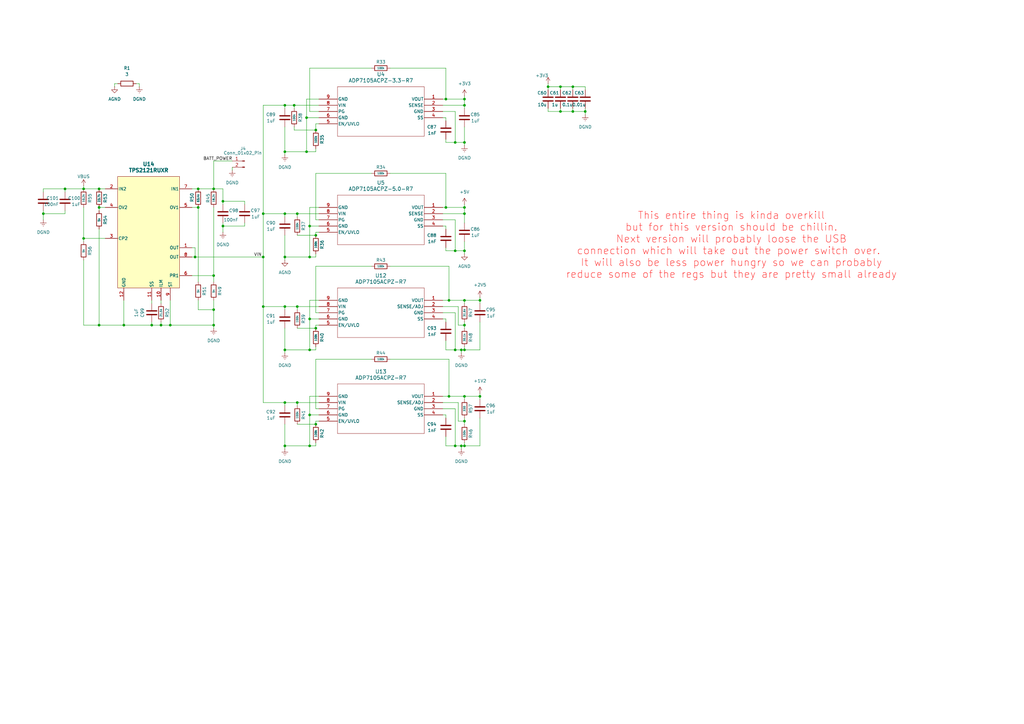
<source format=kicad_sch>
(kicad_sch (version 20231120) (generator "eeschema") (generator_version "8.0")
  (paper "A3")
  (lib_symbols
    (symbol "BPP_Lib:ADP7105ACPZ-3.3-R7" (pin_names (offset 0.254))
      (property "Reference" "U" (at 25.4 10.16 0))
      (property "Value" "ADP7105ACPZ-3.3-R7" (at 25.4 7.62 0))
      (symbol "ADP7105ACPZ-3.3-R7_0_1"
        (polyline (pts (xy 7.62 -15.24) (xy 43.18 -15.24)) (stroke (width 0.127)))
        (polyline (pts (xy 7.62 5.08) (xy 7.62 -15.24)) (stroke (width 0.127)))
        (polyline (pts (xy 43.18 -15.24) (xy 43.18 5.08)) (stroke (width 0.127)))
        (polyline (pts (xy 43.18 5.08) (xy 7.62 5.08)) (stroke (width 0.127)))
        (pin output line (at 0 0 0) (length 7.62) (name "VOUT") (number "1"))
        (pin unspecified line (at 0 -2.54 0) (length 7.62) (name "SENSE") (number "2"))
        (pin power_out line (at 0 -5.08 0) (length 7.62) (name "GND") (number "3"))
        (pin unspecified line (at 0 -7.62 0) (length 7.62) (name "SS") (number "4"))
        (pin input line (at 50.8 -10.16 180) (length 7.62) (name "EN/UVLO") (number "5"))
        (pin power_out line (at 50.8 -7.62 180) (length 7.62) (name "GND") (number "6"))
        (pin output line (at 50.8 -5.08 180) (length 7.62) (name "PG") (number "7"))
        (pin power_in line (at 50.8 -2.54 180) (length 7.62) (name "VIN") (number "8"))
        (pin power_out line (at 50.8 0 180) (length 7.62) (name "GND") (number "9"))
      )
    )
    (symbol "BPP_Lib:ADP7105ACPZ-5.0-R7" (pin_names (offset 0.254))
      (property "Reference" "U" (at 25.4 10.16 0))
      (property "Value" "ADP7105ACPZ-5.0-R7" (at 25.4 7.62 0))
      (symbol "ADP7105ACPZ-5.0-R7_0_1"
        (polyline (pts (xy 7.62 -15.24) (xy 43.18 -15.24)) (stroke (width 0.127)))
        (polyline (pts (xy 7.62 5.08) (xy 7.62 -15.24)) (stroke (width 0.127)))
        (polyline (pts (xy 43.18 -15.24) (xy 43.18 5.08)) (stroke (width 0.127)))
        (polyline (pts (xy 43.18 5.08) (xy 7.62 5.08)) (stroke (width 0.127)))
        (pin output line (at 0 0 0) (length 7.62) (name "VOUT") (number "1"))
        (pin unspecified line (at 0 -2.54 0) (length 7.62) (name "SENSE") (number "2"))
        (pin power_out line (at 0 -5.08 0) (length 7.62) (name "GND") (number "3"))
        (pin unspecified line (at 0 -7.62 0) (length 7.62) (name "SS") (number "4"))
        (pin input line (at 50.8 -10.16 180) (length 7.62) (name "EN/UVLO") (number "5"))
        (pin power_out line (at 50.8 -7.62 180) (length 7.62) (name "GND") (number "6"))
        (pin output line (at 50.8 -5.08 180) (length 7.62) (name "PG") (number "7"))
        (pin power_in line (at 50.8 -2.54 180) (length 7.62) (name "VIN") (number "8"))
        (pin power_out line (at 50.8 0 180) (length 7.62) (name "GND") (number "9"))
      )
    )
    (symbol "COMMS_Symbols:ADP7105ACPZ-R7" (pin_names (offset 0.254))
      (property "Reference" "U5" (at 25.4 10.16 0))
      (property "Value" "ADP7105ACPZ-R7" (at 25.4 7.62 0))
      (symbol "ADP7105ACPZ-R7_0_1"
        (polyline (pts (xy 7.62 -15.24) (xy 43.18 -15.24)) (stroke (width 0.127)))
        (polyline (pts (xy 7.62 5.08) (xy 7.62 -15.24)) (stroke (width 0.127)))
        (polyline (pts (xy 43.18 -15.24) (xy 43.18 5.08)) (stroke (width 0.127)))
        (polyline (pts (xy 43.18 5.08) (xy 7.62 5.08)) (stroke (width 0.127)))
        (pin output line (at 0 0 0) (length 7.62) (name "VOUT") (number "1"))
        (pin power_out line (at 0 -5.08 0) (length 7.62) (name "GND") (number "3"))
        (pin unspecified line (at 0 -7.62 0) (length 7.62) (name "SS") (number "4"))
        (pin input line (at 50.8 -10.16 180) (length 7.62) (name "EN/UVLO") (number "5"))
        (pin power_out line (at 50.8 -7.62 180) (length 7.62) (name "GND") (number "6"))
        (pin output line (at 50.8 -5.08 180) (length 7.62) (name "PG") (number "7"))
        (pin power_in line (at 50.8 -2.54 180) (length 7.62) (name "VIN") (number "8"))
        (pin power_out line (at 50.8 0 180) (length 7.62) (name "GND") (number "9"))
      )
      (symbol "ADP7105ACPZ-R7_1_1"
        (pin unspecified line (at 0 -2.54 0) (length 7.62) (name "SENSE/ADJ") (number "2"))
      )
    )
    (symbol "Connector:Conn_01x02_Pin" (pin_names (offset 1.016) hide)
      (property "Reference" "J" (at 0 2.54 0))
      (property "Value" "Conn_01x02_Pin" (at 0 -5.08 0))
      (symbol "Conn_01x02_Pin_1_1"
        (polyline (pts (xy 1.27 -2.54) (xy 0.8636 -2.54)) (stroke (width 0.1524)))
        (polyline (pts (xy 1.27 0) (xy 0.8636 0)) (stroke (width 0.1524)))
        (rectangle (start 0.8636 -2.413) (end 0 -2.667) (stroke (width 0.1524)) (fill (type outline)))
        (rectangle (start 0.8636 0.127) (end 0 -0.127) (stroke (width 0.1524)) (fill (type outline)))
        (pin passive line (at 5.08 0 180) (length 3.81) (name "Pin_1") (number "1"))
        (pin passive line (at 5.08 -2.54 180) (length 3.81) (name "Pin_2") (number "2"))
      )
    )
    (symbol "Device:C" (pin_numbers hide) (pin_names (offset 0.254))
      (property "Reference" "C" (at 0.635 2.54 0))
      (property "Value" "C" (at 0.635 -2.54 0))
      (symbol "C_0_1"
        (polyline (pts (xy -2.032 -0.762) (xy 2.032 -0.762)) (stroke (width 0.508)))
        (polyline (pts (xy -2.032 0.762) (xy 2.032 0.762)) (stroke (width 0.508)))
      )
      (symbol "C_1_1"
        (pin passive line (at 0 3.81 270) (length 2.794) (name "~") (number "1"))
        (pin passive line (at 0 -3.81 90) (length 2.794) (name "~") (number "2"))
      )
    )
    (symbol "Device:R" (pin_numbers hide) (pin_names (offset 0))
      (property "Reference" "R" (at 2.032 0 90))
      (property "Value" "R" (at 0 0 90))
      (symbol "R_0_1"
        (rectangle (start -1.016 -2.54) (end 1.016 2.54) (stroke (width 0.254)))
      )
      (symbol "R_1_1"
        (pin passive line (at 0 3.81 270) (length 1.27) (name "~") (number "1"))
        (pin passive line (at 0 -3.81 90) (length 1.27) (name "~") (number "2"))
      )
    )
    (symbol "TPS2121RUXR_1" (pin_names (offset 0.254))
      (property "Reference" "U14" (at 0 30.48 0))
      (property "Value" "TPS2121RUXR" (at 0 27.94 0))
      (symbol "TPS2121RUXR_1_0_1"
        (pin power_in line (at -17.78 -3.81 0) (length 5.08) (name "OUT") (number "1"))
        (pin bidirectional line (at -5.08 -25.4 90) (length 5.08) (name "ILM") (number "10"))
        (pin bidirectional line (at -1.27 -25.4 90) (length 5.08) (name "SS") (number "11"))
        (pin power_in line (at 10.16 -25.4 90) (length 5.08) (name "GND") (number "12"))
        (pin power_in line (at 17.78 20.32 180) (length 5.08) (name "IN2") (number "2"))
        (pin input line (at 17.78 0 180) (length 5.08) (name "CP2") (number "3"))
        (pin input line (at 17.78 12.7 180) (length 5.08) (name "OV2") (number "4"))
        (pin input line (at -17.78 12.7 0) (length 5.08) (name "OV1") (number "5"))
        (pin input line (at -17.78 -15.24 0) (length 5.08) (name "PR1") (number "6"))
        (pin power_in line (at -17.78 20.32 0) (length 5.08) (name "IN1") (number "7"))
        (pin power_in line (at -17.78 -7.62 0) (length 5.08) (name "OUT") (number "8"))
        (pin output line (at -8.89 -25.4 90) (length 5.08) (name "ST") (number "9"))
      )
      (symbol "TPS2121RUXR_1_1_1"
        (rectangle (start -12.7 25.4) (end 12.7 -20.32) (fill (type background)))
      )
    )
    (symbol "power:+1V2" (power) (pin_numbers hide) (pin_names (offset 0) hide)
      (property "Value" "+1V2" (at 0 3.556 0))
      (symbol "+1V2_0_1"
        (polyline (pts (xy -0.762 1.27) (xy 0 2.54)))
        (polyline (pts (xy 0 0) (xy 0 2.54)))
        (polyline (pts (xy 0 2.54) (xy 0.762 1.27)))
      )
      (symbol "+1V2_1_1"
        (pin power_in line (at 0 0 90) (length 0) (name "~") (number "1"))
      )
    )
    (symbol "power:+2V5" (power) (pin_numbers hide) (pin_names (offset 0) hide)
      (property "Value" "+2V5" (at 0 3.556 0))
      (symbol "+2V5_0_1"
        (polyline (pts (xy -0.762 1.27) (xy 0 2.54)))
        (polyline (pts (xy 0 0) (xy 0 2.54)))
        (polyline (pts (xy 0 2.54) (xy 0.762 1.27)))
      )
      (symbol "+2V5_1_1"
        (pin power_in line (at 0 0 90) (length 0) (name "~") (number "1"))
      )
    )
    (symbol "power:+3V3" (power) (pin_numbers hide) (pin_names (offset 0) hide)
      (property "Value" "+3V3" (at 0 3.556 0))
      (symbol "+3V3_0_1"
        (polyline (pts (xy -0.762 1.27) (xy 0 2.54)))
        (polyline (pts (xy 0 0) (xy 0 2.54)))
        (polyline (pts (xy 0 2.54) (xy 0.762 1.27)))
      )
      (symbol "+3V3_1_1"
        (pin power_in line (at 0 0 90) (length 0) (name "~") (number "1"))
      )
    )
    (symbol "power:+5V" (power) (pin_numbers hide) (pin_names (offset 0) hide)
      (property "Value" "+5V" (at 0 3.556 0))
      (symbol "+5V_0_1"
        (polyline (pts (xy -0.762 1.27) (xy 0 2.54)))
        (polyline (pts (xy 0 0) (xy 0 2.54)))
        (polyline (pts (xy 0 2.54) (xy 0.762 1.27)))
      )
      (symbol "+5V_1_1"
        (pin power_in line (at 0 0 90) (length 0) (name "~") (number "1"))
      )
    )
    (symbol "power:Earth" (power) (pin_numbers hide) (pin_names (offset 0) hide)
      (property "Value" "Earth" (at 0 -3.81 0))
      (symbol "Earth_0_1"
        (polyline (pts (xy -0.635 -1.905) (xy 0.635 -1.905)))
        (polyline (pts (xy -0.127 -2.54) (xy 0.127 -2.54)))
        (polyline (pts (xy 0 -1.27) (xy 0 0)))
        (polyline (pts (xy 1.27 -1.27) (xy -1.27 -1.27)))
      )
      (symbol "Earth_1_1"
        (pin power_in line (at 0 0 270) (length 0) (name "~") (number "1"))
      )
    )
    (symbol "power:GND" (power) (pin_numbers hide) (pin_names (offset 0) hide)
      (property "Value" "GND" (at 0 -3.81 0))
      (symbol "GND_0_1"
        (polyline (pts (xy 0 0) (xy 0 -1.27) (xy 1.27 -1.27) (xy 0 -2.54) (xy -1.27 -1.27) (xy 0 -1.27)))
      )
      (symbol "GND_1_1"
        (pin power_in line (at 0 0 270) (length 0) (name "~") (number "1"))
      )
    )
    (symbol "power:VBUS" (power) (pin_numbers hide) (pin_names (offset 0) hide)
      (property "Value" "VBUS" (at 0 3.556 0))
      (symbol "VBUS_0_1"
        (polyline (pts (xy -0.762 1.27) (xy 0 2.54)))
        (polyline (pts (xy 0 0) (xy 0 2.54)))
        (polyline (pts (xy 0 2.54) (xy 0.762 1.27)))
      )
      (symbol "VBUS_1_1"
        (pin power_in line (at 0 0 90) (length 0) (name "~") (number "1"))
      )
    )
  )
  (junction (at 34.29 97.79))
  (junction (at 127 143.51))
  (junction (at 129.54 173.99))
  (junction (at 190.5 85.09))
  (junction (at 107.95 125.73))
  (junction (at 87.63 127))
  (junction (at 116.84 87.63))
  (junction (at 127 130.81))
  (junction (at 125.73 62.23))
  (junction (at 240.03 45.72))
  (junction (at 229.87 45.72))
  (junction (at 127 105.41))
  (junction (at 186.69 102.87))
  (junction (at 190.5 172.72))
  (junction (at 34.29 77.47))
  (junction (at 189.23 143.51))
  (junction (at 190.5 58.42))
  (junction (at 91.44 82.55))
  (junction (at 182.88 85.09))
  (junction (at 81.28 85.09))
  (junction (at 87.63 77.47))
  (junction (at 127 92.71))
  (junction (at 190.5 162.56))
  (junction (at 186.69 182.88))
  (junction (at 107.95 87.63))
  (junction (at 17.78 87.63))
  (junction (at 40.64 85.09))
  (junction (at 184.15 123.19))
  (junction (at 190.5 182.88))
  (junction (at 40.64 77.47))
  (junction (at 184.15 162.56))
  (junction (at 121.92 125.73))
  (junction (at 190.5 43.18))
  (junction (at 186.69 143.51))
  (junction (at 182.88 40.64))
  (junction (at 69.85 133.35))
  (junction (at 186.69 58.42))
  (junction (at 116.84 182.88))
  (junction (at 127 182.88))
  (junction (at 190.5 143.51))
  (junction (at 234.95 45.72))
  (junction (at 91.44 92.71))
  (junction (at 40.64 133.35))
  (junction (at 127 170.18))
  (junction (at 116.84 43.18))
  (junction (at 87.63 133.35))
  (junction (at 189.23 182.88))
  (junction (at 50.8 133.35))
  (junction (at 80.01 105.41))
  (junction (at 196.85 162.56))
  (junction (at 81.28 77.47))
  (junction (at 196.85 123.19))
  (junction (at 62.23 133.35))
  (junction (at 116.84 125.73))
  (junction (at 66.04 133.35))
  (junction (at 129.54 134.62))
  (junction (at 190.5 40.64))
  (junction (at 190.5 102.87))
  (junction (at 190.5 123.19))
  (junction (at 129.54 96.52))
  (junction (at 224.79 35.56))
  (junction (at 121.92 87.63))
  (junction (at 116.84 143.51))
  (junction (at 234.95 35.56))
  (junction (at 87.63 113.03))
  (junction (at 190.5 133.35))
  (junction (at 116.84 105.41))
  (junction (at 120.65 43.18))
  (junction (at 190.5 87.63))
  (junction (at 229.87 35.56))
  (junction (at 26.67 77.47))
  (junction (at 125.73 48.26))
  (junction (at 129.54 53.34))
  (junction (at 121.92 165.1))
  (junction (at 107.95 105.41))
  (junction (at 116.84 62.23))
  (junction (at 116.84 165.1))
  (wire (pts (xy 129.54 95.25) (xy 129.54 96.52)))
  (wire (pts (xy 129.54 167.64) (xy 130.81 167.64)))
  (wire (pts (xy 190.5 39.37) (xy 190.5 40.64)))
  (wire (pts (xy 196.85 171.45) (xy 196.85 182.88)))
  (wire (pts (xy 116.84 62.23) (xy 116.84 63.5)))
  (wire (pts (xy 107.95 125.73) (xy 116.84 125.73)))
  (wire (pts (xy 66.04 132.08) (xy 66.04 133.35)))
  (wire (pts (xy 40.64 93.98) (xy 40.64 133.35)))
  (wire (pts (xy 186.69 58.42) (xy 190.5 58.42)))
  (wire (pts (xy 130.81 48.26) (xy 125.73 48.26)))
  (wire (pts (xy 190.5 162.56) (xy 190.5 163.83)))
  (wire (pts (xy 129.54 96.52) (xy 121.92 96.52)))
  (wire (pts (xy 181.61 167.64) (xy 186.69 167.64)))
  (wire (pts (xy 116.84 134.62) (xy 116.84 143.51)))
  (wire (pts (xy 189.23 182.88) (xy 189.23 184.15)))
  (wire (pts (xy 120.65 52.07) (xy 120.65 53.34)))
  (wire (pts (xy 17.78 86.36) (xy 17.78 87.63)))
  (wire (pts (xy 190.5 99.06) (xy 190.5 102.87)))
  (wire (pts (xy 26.67 86.36) (xy 26.67 87.63)))
  (wire (pts (xy 87.63 127) (xy 87.63 133.35)))
  (wire (pts (xy 26.67 77.47) (xy 34.29 77.47)))
  (wire (pts (xy 184.15 109.22) (xy 184.15 123.19)))
  (wire (pts (xy 129.54 147.32) (xy 152.4 147.32)))
  (wire (pts (xy 34.29 106.68) (xy 34.29 133.35)))
  (wire (pts (xy 116.84 173.99) (xy 116.84 182.88)))
  (wire (pts (xy 234.95 44.45) (xy 234.95 45.72)))
  (wire (pts (xy 121.92 165.1) (xy 121.92 166.37)))
  (wire (pts (xy 127 162.56) (xy 127 170.18)))
  (wire (pts (xy 87.63 66.04) (xy 87.63 77.47)))
  (wire (pts (xy 182.88 182.88) (xy 186.69 182.88)))
  (wire (pts (xy 50.8 133.35) (xy 40.64 133.35)))
  (wire (pts (xy 116.84 87.63) (xy 107.95 87.63)))
  (wire (pts (xy 181.61 125.73) (xy 187.96 125.73)))
  (wire (pts (xy 184.15 162.56) (xy 190.5 162.56)))
  (wire (pts (xy 234.95 45.72) (xy 240.03 45.72)))
  (wire (pts (xy 181.61 45.72) (xy 186.69 45.72)))
  (wire (pts (xy 186.69 167.64) (xy 186.69 182.88)))
  (wire (pts (xy 116.84 166.37) (xy 116.84 165.1)))
  (wire (pts (xy 87.63 133.35) (xy 87.63 134.62)))
  (wire (pts (xy 91.44 77.47) (xy 91.44 82.55)))
  (wire (pts (xy 182.88 179.07) (xy 182.88 182.88)))
  (wire (pts (xy 120.65 43.18) (xy 116.84 43.18)))
  (wire (pts (xy 34.29 97.79) (xy 34.29 99.06)))
  (wire (pts (xy 129.54 53.34) (xy 120.65 53.34)))
  (wire (pts (xy 196.85 132.08) (xy 196.85 143.51)))
  (wire (pts (xy 57.15 34.29) (xy 57.15 35.56)))
  (wire (pts (xy 240.03 36.83) (xy 240.03 35.56)))
  (wire (pts (xy 17.78 78.74) (xy 17.78 77.47)))
  (wire (pts (xy 121.92 87.63) (xy 116.84 87.63)))
  (wire (pts (xy 40.64 77.47) (xy 34.29 77.47)))
  (wire (pts (xy 116.84 88.9) (xy 116.84 87.63)))
  (wire (pts (xy 186.69 90.17) (xy 186.69 102.87)))
  (wire (pts (xy 190.5 87.63) (xy 190.5 91.44)))
  (wire (pts (xy 181.61 170.18) (xy 182.88 170.18)))
  (wire (pts (xy 190.5 162.56) (xy 196.85 162.56)))
  (wire (pts (xy 125.73 62.23) (xy 116.84 62.23)))
  (wire (pts (xy 190.5 124.46) (xy 190.5 123.19)))
  (wire (pts (xy 187.96 172.72) (xy 190.5 172.72)))
  (wire (pts (xy 62.23 133.35) (xy 50.8 133.35)))
  (wire (pts (xy 127 92.71) (xy 127 105.41)))
  (wire (pts (xy 182.88 101.6) (xy 182.88 102.87)))
  (wire (pts (xy 129.54 104.14) (xy 129.54 105.41)))
  (wire (pts (xy 34.29 76.2) (xy 34.29 77.47)))
  (wire (pts (xy 91.44 92.71) (xy 91.44 95.25)))
  (wire (pts (xy 127 170.18) (xy 127 182.88)))
  (wire (pts (xy 182.88 48.26) (xy 181.61 48.26)))
  (wire (pts (xy 224.79 45.72) (xy 229.87 45.72)))
  (wire (pts (xy 152.4 27.94) (xy 127 27.94)))
  (wire (pts (xy 116.84 165.1) (xy 107.95 165.1)))
  (wire (pts (xy 190.5 87.63) (xy 181.61 87.63)))
  (wire (pts (xy 127 85.09) (xy 127 92.71)))
  (wire (pts (xy 196.85 124.46) (xy 196.85 123.19)))
  (wire (pts (xy 129.54 142.24) (xy 129.54 143.51)))
  (wire (pts (xy 80.01 105.41) (xy 78.74 105.41)))
  (wire (pts (xy 129.54 90.17) (xy 130.81 90.17)))
  (wire (pts (xy 184.15 123.19) (xy 181.61 123.19)))
  (wire (pts (xy 87.63 115.57) (xy 87.63 113.03)))
  (wire (pts (xy 81.28 123.19) (xy 81.28 127)))
  (wire (pts (xy 116.84 182.88) (xy 116.84 184.15)))
  (wire (pts (xy 91.44 91.44) (xy 91.44 92.71)))
  (wire (pts (xy 229.87 45.72) (xy 234.95 45.72)))
  (wire (pts (xy 34.29 85.09) (xy 34.29 97.79)))
  (wire (pts (xy 129.54 50.8) (xy 129.54 53.34)))
  (wire (pts (xy 81.28 85.09) (xy 81.28 115.57)))
  (wire (pts (xy 107.95 125.73) (xy 107.95 105.41)))
  (wire (pts (xy 116.84 96.52) (xy 116.84 105.41)))
  (wire (pts (xy 95.25 66.04) (xy 87.63 66.04)))
  (wire (pts (xy 189.23 143.51) (xy 190.5 143.51)))
  (wire (pts (xy 196.85 163.83) (xy 196.85 162.56)))
  (wire (pts (xy 190.5 171.45) (xy 190.5 172.72)))
  (wire (pts (xy 116.84 43.18) (xy 116.84 44.45)))
  (wire (pts (xy 190.5 85.09) (xy 190.5 87.63)))
  (wire (pts (xy 196.85 143.51) (xy 190.5 143.51)))
  (wire (pts (xy 129.54 62.23) (xy 125.73 62.23)))
  (wire (pts (xy 95.25 68.58) (xy 95.25 69.85)))
  (wire (pts (xy 190.5 52.07) (xy 190.5 58.42)))
  (wire (pts (xy 130.81 172.72) (xy 129.54 172.72)))
  (wire (pts (xy 78.74 101.6) (xy 80.01 101.6)))
  (wire (pts (xy 181.61 90.17) (xy 186.69 90.17)))
  (wire (pts (xy 125.73 40.64) (xy 125.73 48.26)))
  (wire (pts (xy 160.02 147.32) (xy 184.15 147.32)))
  (wire (pts (xy 182.88 49.53) (xy 182.88 48.26)))
  (wire (pts (xy 80.01 105.41) (xy 107.95 105.41)))
  (wire (pts (xy 182.88 93.98) (xy 182.88 92.71)))
  (wire (pts (xy 130.81 92.71) (xy 127 92.71)))
  (wire (pts (xy 129.54 182.88) (xy 127 182.88)))
  (wire (pts (xy 190.5 172.72) (xy 190.5 173.99)))
  (wire (pts (xy 190.5 133.35) (xy 190.5 134.62)))
  (wire (pts (xy 234.95 35.56) (xy 234.95 36.83)))
  (wire (pts (xy 190.5 40.64) (xy 190.5 43.18)))
  (wire (pts (xy 107.95 165.1) (xy 107.95 125.73)))
  (wire (pts (xy 127 143.51) (xy 116.84 143.51)))
  (wire (pts (xy 69.85 123.19) (xy 69.85 133.35)))
  (wire (pts (xy 240.03 44.45) (xy 240.03 45.72)))
  (wire (pts (xy 190.5 83.82) (xy 190.5 85.09)))
  (wire (pts (xy 234.95 35.56) (xy 229.87 35.56)))
  (wire (pts (xy 160.02 109.22) (xy 184.15 109.22)))
  (wire (pts (xy 69.85 133.35) (xy 66.04 133.35)))
  (wire (pts (xy 130.81 165.1) (xy 121.92 165.1)))
  (wire (pts (xy 190.5 182.88) (xy 190.5 181.61)))
  (wire (pts (xy 187.96 165.1) (xy 187.96 172.72)))
  (wire (pts (xy 17.78 77.47) (xy 26.67 77.47)))
  (wire (pts (xy 181.61 128.27) (xy 186.69 128.27)))
  (wire (pts (xy 181.61 130.81) (xy 182.88 130.81)))
  (wire (pts (xy 80.01 101.6) (xy 80.01 105.41)))
  (wire (pts (xy 129.54 105.41) (xy 127 105.41)))
  (wire (pts (xy 190.5 142.24) (xy 190.5 143.51)))
  (wire (pts (xy 127 123.19) (xy 127 130.81)))
  (wire (pts (xy 130.81 133.35) (xy 129.54 133.35)))
  (wire (pts (xy 130.81 170.18) (xy 127 170.18)))
  (wire (pts (xy 182.88 27.94) (xy 182.88 40.64)))
  (wire (pts (xy 127 182.88) (xy 116.84 182.88)))
  (wire (pts (xy 127 45.72) (xy 130.81 45.72)))
  (wire (pts (xy 62.23 132.08) (xy 62.23 133.35)))
  (wire (pts (xy 130.81 123.19) (xy 127 123.19)))
  (wire (pts (xy 43.18 85.09) (xy 40.64 85.09)))
  (wire (pts (xy 190.5 43.18) (xy 181.61 43.18)))
  (wire (pts (xy 240.03 35.56) (xy 234.95 35.56)))
  (wire (pts (xy 181.61 40.64) (xy 182.88 40.64)))
  (wire (pts (xy 229.87 35.56) (xy 229.87 36.83)))
  (wire (pts (xy 181.61 165.1) (xy 187.96 165.1)))
  (wire (pts (xy 116.84 127) (xy 116.84 125.73)))
  (wire (pts (xy 66.04 123.19) (xy 66.04 124.46)))
  (wire (pts (xy 129.54 181.61) (xy 129.54 182.88)))
  (wire (pts (xy 182.88 85.09) (xy 190.5 85.09)))
  (wire (pts (xy 190.5 132.08) (xy 190.5 133.35)))
  (wire (pts (xy 130.81 125.73) (xy 121.92 125.73)))
  (wire (pts (xy 130.81 87.63) (xy 121.92 87.63)))
  (wire (pts (xy 87.63 85.09) (xy 87.63 113.03)))
  (wire (pts (xy 182.88 71.12) (xy 182.88 85.09)))
  (wire (pts (xy 129.54 167.64) (xy 129.54 147.32)))
  (wire (pts (xy 129.54 133.35) (xy 129.54 134.62)))
  (wire (pts (xy 184.15 147.32) (xy 184.15 162.56)))
  (wire (pts (xy 182.88 57.15) (xy 182.88 58.42)))
  (wire (pts (xy 182.88 139.7) (xy 182.88 143.51)))
  (wire (pts (xy 50.8 123.19) (xy 50.8 133.35)))
  (wire (pts (xy 120.65 43.18) (xy 120.65 44.45)))
  (wire (pts (xy 46.99 34.29) (xy 48.26 34.29)))
  (wire (pts (xy 129.54 62.23) (xy 129.54 60.96)))
  (wire (pts (xy 130.81 50.8) (xy 129.54 50.8)))
  (wire (pts (xy 116.84 105.41) (xy 116.84 106.68)))
  (wire (pts (xy 116.84 143.51) (xy 116.84 144.78)))
  (wire (pts (xy 87.63 77.47) (xy 81.28 77.47)))
  (wire (pts (xy 116.84 52.07) (xy 116.84 62.23)))
  (wire (pts (xy 190.5 59.69) (xy 190.5 58.42)))
  (wire (pts (xy 229.87 44.45) (xy 229.87 45.72)))
  (wire (pts (xy 182.88 40.64) (xy 190.5 40.64)))
  (wire (pts (xy 186.69 102.87) (xy 182.88 102.87)))
  (wire (pts (xy 121.92 125.73) (xy 121.92 127)))
  (wire (pts (xy 190.5 182.88) (xy 196.85 182.88)))
  (wire (pts (xy 182.88 170.18) (xy 182.88 171.45)))
  (wire (pts (xy 125.73 48.26) (xy 125.73 62.23)))
  (wire (pts (xy 129.54 128.27) (xy 130.81 128.27)))
  (wire (pts (xy 40.64 133.35) (xy 34.29 133.35)))
  (wire (pts (xy 26.67 78.74) (xy 26.67 77.47)))
  (wire (pts (xy 91.44 83.82) (xy 91.44 82.55)))
  (wire (pts (xy 129.54 172.72) (xy 129.54 173.99)))
  (wire (pts (xy 184.15 123.19) (xy 190.5 123.19)))
  (wire (pts (xy 224.79 44.45) (xy 224.79 45.72)))
  (wire (pts (xy 224.79 35.56) (xy 224.79 36.83)))
  (wire (pts (xy 240.03 45.72) (xy 240.03 46.99)))
  (wire (pts (xy 196.85 161.29) (xy 196.85 162.56)))
  (wire (pts (xy 190.5 44.45) (xy 190.5 43.18)))
  (wire (pts (xy 121.92 125.73) (xy 116.84 125.73)))
  (wire (pts (xy 190.5 102.87) (xy 190.5 104.14)))
  (wire (pts (xy 186.69 58.42) (xy 182.88 58.42)))
  (wire (pts (xy 189.23 143.51) (xy 189.23 144.78)))
  (wire (pts (xy 224.79 34.29) (xy 224.79 35.56)))
  (wire (pts (xy 127 105.41) (xy 116.84 105.41)))
  (wire (pts (xy 87.63 133.35) (xy 69.85 133.35)))
  (wire (pts (xy 81.28 77.47) (xy 78.74 77.47)))
  (wire (pts (xy 129.54 109.22) (xy 152.4 109.22)))
  (wire (pts (xy 87.63 113.03) (xy 78.74 113.03)))
  (wire (pts (xy 81.28 127) (xy 87.63 127)))
  (wire (pts (xy 186.69 45.72) (xy 186.69 58.42)))
  (wire (pts (xy 189.23 182.88) (xy 190.5 182.88)))
  (wire (pts (xy 127 130.81) (xy 127 143.51)))
  (wire (pts (xy 184.15 162.56) (xy 181.61 162.56)))
  (wire (pts (xy 87.63 77.47) (xy 91.44 77.47)))
  (wire (pts (xy 129.54 134.62) (xy 121.92 134.62)))
  (wire (pts (xy 107.95 105.41) (xy 107.95 87.63)))
  (wire (pts (xy 187.96 125.73) (xy 187.96 133.35)))
  (wire (pts (xy 121.92 87.63) (xy 121.92 88.9)))
  (wire (pts (xy 196.85 121.92) (xy 196.85 123.19)))
  (wire (pts (xy 81.28 85.09) (xy 78.74 85.09)))
  (wire (pts (xy 55.88 34.29) (xy 57.15 34.29)))
  (wire (pts (xy 66.04 133.35) (xy 62.23 133.35)))
  (wire (pts (xy 40.64 85.09) (xy 40.64 86.36)))
  (wire (pts (xy 87.63 123.19) (xy 87.63 127)))
  (wire (pts (xy 182.88 130.81) (xy 182.88 132.08)))
  (wire (pts (xy 130.81 40.64) (xy 125.73 40.64)))
  (wire (pts (xy 186.69 182.88) (xy 189.23 182.88)))
  (wire (pts (xy 34.29 97.79) (xy 43.18 97.79)))
  (wire (pts (xy 182.88 92.71) (xy 181.61 92.71)))
  (wire (pts (xy 190.5 123.19) (xy 196.85 123.19)))
  (wire (pts (xy 160.02 27.94) (xy 182.88 27.94)))
  (wire (pts (xy 130.81 162.56) (xy 127 162.56)))
  (wire (pts (xy 186.69 143.51) (xy 189.23 143.51)))
  (wire (pts (xy 229.87 35.56) (xy 224.79 35.56)))
  (wire (pts (xy 116.84 165.1) (xy 121.92 165.1)))
  (wire (pts (xy 130.81 95.25) (xy 129.54 95.25)))
  (wire (pts (xy 190.5 102.87) (xy 186.69 102.87)))
  (wire (pts (xy 26.67 87.63) (xy 17.78 87.63)))
  (wire (pts (xy 129.54 128.27) (xy 129.54 109.22)))
  (wire (pts (xy 116.84 43.18) (xy 107.95 43.18)))
  (wire (pts (xy 130.81 85.09) (xy 127 85.09)))
  (wire (pts (xy 152.4 71.12) (xy 129.54 71.12)))
  (wire (pts (xy 182.88 85.09) (xy 181.61 85.09)))
  (wire (pts (xy 62.23 123.19) (xy 62.23 124.46)))
  (wire (pts (xy 107.95 43.18) (xy 107.95 87.63)))
  (wire (pts (xy 127 27.94) (xy 127 45.72)))
  (wire (pts (xy 100.33 83.82) (xy 100.33 82.55)))
  (wire (pts (xy 182.88 143.51) (xy 186.69 143.51)))
  (wire (pts (xy 129.54 173.99) (xy 121.92 173.99)))
  (wire (pts (xy 91.44 82.55) (xy 100.33 82.55)))
  (wire (pts (xy 17.78 87.63) (xy 17.78 90.17)))
  (wire (pts (xy 186.69 128.27) (xy 186.69 143.51)))
  (wire (pts (xy 129.54 143.51) (xy 127 143.51)))
  (wire (pts (xy 130.81 43.18) (xy 120.65 43.18)))
  (wire (pts (xy 46.99 35.56) (xy 46.99 34.29)))
  (wire (pts (xy 130.81 130.81) (xy 127 130.81)))
  (wire (pts (xy 187.96 133.35) (xy 190.5 133.35)))
  (wire (pts (xy 100.33 91.44) (xy 100.33 92.71)))
  (wire (pts (xy 40.64 77.47) (xy 43.18 77.47)))
  (wire (pts (xy 129.54 71.12) (xy 129.54 90.17)))
  (wire (pts (xy 160.02 71.12) (xy 182.88 71.12)))
  (wire (pts (xy 100.33 92.71) (xy 91.44 92.71)))
  (text "This entire thing is kinda overkill\nbut for this version should be chillin.\nNext version will probably loose the USB\nconnection which will take out the power switch over. \nIt will also be less power hungry so we can probably\nreduce some of the regs but they are pretty small already" (at 299.974 100.584 0) (effects (font (size 3 3))))
  (label "VIN" (at 104.14 105.41 0))
  (label "BATT_POWER" (at 95.25 66.04 180))
  (symbol (lib_id "Device:C") (at 190.5 95.25 0) (mirror y) (unit 1)
    (property "Reference" "C86" (at 196.85 93.98 0) (effects (justify left)))
    (property "Value" "1uF" (at 196.85 96.52 0) (effects (justify left)))
    (property "Footprint" "Capacitor_SMD:C_0402_1005Metric" (effects (hide yes)))
  )
  (symbol (lib_id "Device:R") (at 156.21 147.32 270) (mirror x) (unit 1)
    (property "Reference" "R44" (at 156.21 144.78 90))
    (property "Value" "100k" (at 156.21 147.32 90) (effects (font (size 0.8 0.8))))
    (property "Footprint" "Resistor_SMD:R_0402_1005Metric" (effects (hide yes)))
  )
  (symbol (lib_id "Device:R") (at 129.54 177.8 0) (mirror x) (unit 1)
    (property "Reference" "R42" (at 132.08 177.8 90))
    (property "Value" "100k" (at 129.54 177.8 90) (effects (font (size 0.8 0.8))))
    (property "Footprint" "Resistor_SMD:R_0402_1005Metric" (effects (hide yes)))
  )
  (symbol (lib_id "power:Earth") (at 116.84 184.15 0) (unit 1)
    (property "Reference" "#PWR0104" (effects (hide yes)))
    (property "Value" "DGND" (at 116.84 189.23 0))
    (property "Description" "Power symbol creates a global label with name \"Earth\"" (effects (hide yes)))
  )
  (symbol (lib_id "Device:R") (at 52.07 34.29 90) (unit 1)
    (property "Reference" "R1" (at 52.07 27.94 90))
    (property "Value" "3" (at 52.07 30.48 90))
    (property "Footprint" "Resistor_SMD:R_0402_1005Metric" (effects (hide yes)))
    (property "Description" "Resistor" (effects (hide yes)))
  )
  (symbol (lib_id "Device:R") (at 129.54 100.33 0) (mirror x) (unit 1)
    (property "Reference" "R36" (at 132.08 100.33 90))
    (property "Value" "100k" (at 129.54 100.33 90) (effects (font (size 0.8 0.8))))
    (property "Footprint" "Resistor_SMD:R_0402_1005Metric" (effects (hide yes)))
  )
  (symbol (lib_id "Device:C") (at 240.03 40.64 0) (mirror x) (unit 1)
    (property "Reference" "C63" (at 239.522 38.1 0) (effects (justify right)))
    (property "Value" "0.01u" (at 240.284 42.926 0) (effects (justify right)))
    (property "Footprint" "Capacitor_SMD:C_0402_1005Metric" (effects (hide yes)))
    (property "Description" "Unpolarized capacitor" (effects (hide yes)))
  )
  (symbol (lib_id "Device:C") (at 182.88 135.89 0) (mirror y) (unit 1)
    (property "Reference" "C93" (at 179.07 134.62 0) (effects (justify left)))
    (property "Value" "1nF" (at 179.07 137.16 0) (effects (justify left)))
    (property "Footprint" "Capacitor_SMD:C_0402_1005Metric" (effects (hide yes)))
  )
  (symbol (lib_id "Device:R") (at 40.64 81.28 0) (mirror x) (unit 1)
    (property "Reference" "R53" (at 43.18 81.28 90))
    (property "Value" "23.7k" (at 40.64 81.28 90) (effects (font (size 0.8 0.8))))
    (property "Footprint" "Resistor_SMD:R_0402_1005Metric" (effects (hide yes)))
  )
  (symbol (lib_id "Device:C") (at 62.23 128.27 0) (mirror x) (unit 1)
    (property "Reference" "C99" (at 58.42 128.27 90))
    (property "Value" "1uF" (at 55.88 128.27 90))
    (property "Footprint" "Capacitor_SMD:C_0402_1005Metric" (effects (hide yes)))
  )
  (symbol (lib_id "COMMS_Symbols:ADP7105ACPZ-R7") (at 181.61 123.19 0) (mirror y) (unit 1)
    (property "Reference" "U12" (at 156.21 113.03 0) (effects (font (size 1.524 1.524))))
    (property "Value" "ADP7105ACPZ-R7" (at 156.21 115.57 0) (effects (font (size 1.524 1.524))))
    (property "Footprint" "Package_CSP:LFCSP-8-1EP_3x3mm_P0.5mm_EP1.6x2.34mm" (effects (hide yes)))
    (property "Datasheet" "https://www.analog.com/media/en/technical-documentation/data-sheets/ADP7105.pdf" (effects (hide yes)))
    (property "Description" "https://www.digikey.com/en/products/detail/analog-devices-inc/ADP7105ACPZ-R7/4376368" (effects (hide yes)))
  )
  (symbol (lib_id "Device:C") (at 116.84 130.81 0) (mirror y) (unit 1)
    (property "Reference" "C91" (at 113.03 129.54 0) (effects (justify left)))
    (property "Value" "1uF" (at 113.03 132.08 0) (effects (justify left)))
    (property "Footprint" "Capacitor_SMD:C_0402_1005Metric" (effects (hide yes)))
  )
  (symbol (lib_id "power:Earth") (at 17.78 90.17 0) (unit 1)
    (property "Reference" "#PWR091" (effects (hide yes)))
    (property "Value" "DGND" (at 17.78 95.25 0))
    (property "Description" "Power symbol creates a global label with name \"Earth\"" (effects (hide yes)))
  )
  (symbol (lib_id "Device:C") (at 116.84 48.26 0) (mirror y) (unit 1)
    (property "Reference" "C89" (at 113.03 46.99 0) (effects (justify left)))
    (property "Value" "1uF" (at 113.03 49.53 0) (effects (justify left)))
    (property "Footprint" "Capacitor_SMD:C_0402_1005Metric" (effects (hide yes)))
  )
  (symbol (lib_id "power:Earth") (at 57.15 35.56 0) (unit 1)
    (property "Reference" "#PWR06" (effects (hide yes)))
    (property "Value" "DGND" (at 57.15 40.64 0))
    (property "Description" "Power symbol creates a global label with name \"Earth\"" (effects (hide yes)))
  )
  (symbol (lib_id "Device:R") (at 87.63 119.38 0) (mirror x) (unit 1)
    (property "Reference" "R49" (at 90.17 119.38 90))
    (property "Value" "5k" (at 87.63 119.38 90) (effects (font (size 0.8 0.8))))
    (property "Footprint" "Resistor_SMD:R_0402_1005Metric" (effects (hide yes)))
  )
  (symbol (lib_id "Device:C") (at 116.84 92.71 0) (mirror y) (unit 1)
    (property "Reference" "C90" (at 113.03 91.44 0) (effects (justify left)))
    (property "Value" "1uF" (at 113.03 93.98 0) (effects (justify left)))
    (property "Footprint" "Capacitor_SMD:C_0402_1005Metric" (effects (hide yes)))
  )
  (symbol (lib_id "Device:R") (at 156.21 71.12 270) (mirror x) (unit 1)
    (property "Reference" "R34" (at 156.21 68.58 90))
    (property "Value" "100k" (at 156.21 71.12 90) (effects (font (size 0.8 0.8))))
    (property "Footprint" "Resistor_SMD:R_0402_1005Metric" (effects (hide yes)))
  )
  (symbol (lib_id "Device:R") (at 121.92 92.71 0) (mirror x) (unit 1)
    (property "Reference" "R37" (at 124.46 92.71 90))
    (property "Value" "100k" (at 121.92 92.71 90) (effects (font (size 0.8 0.8))))
    (property "Footprint" "Resistor_SMD:R_0402_1005Metric" (effects (hide yes)))
  )
  (symbol (lib_id "Device:C") (at 91.44 87.63 0) (mirror y) (unit 1)
    (property "Reference" "C98" (at 97.79 86.36 0) (effects (justify left)))
    (property "Value" "100nF" (at 97.79 90.17 0) (effects (justify left)))
    (property "Footprint" "Capacitor_SMD:C_0402_1005Metric" (effects (hide yes)))
  )
  (symbol (lib_id "Connector:Conn_01x02_Pin") (at 100.33 66.04 0) (mirror y) (unit 1)
    (property "Reference" "J4" (at 99.695 60.96 0))
    (property "Value" "Conn_01x02_Pin" (at 99.568 62.738 0))
    (property "Footprint" "Connector_Molex:Molex_SL_171971-0002_1x02_P2.54mm_Vertical" (effects (hide yes)))
    (property "Datasheet" "https://www.molex.com/content/dam/molex/molex-dot-com/en_us/pdf/datasheets/987651-0406.pdf?inline" (effects (hide yes)))
  )
  (symbol (lib_id "power:+2V5") (at 196.85 121.92 0) (unit 1)
    (property "Reference" "#PWR04" (effects (hide yes)))
    (property "Value" "+2V5" (at 196.85 116.84 0))
    (property "Description" "Power symbol creates a global label with name \"+2V5\"" (effects (hide yes)))
  )
  (symbol (lib_id "power:Earth") (at 189.23 144.78 0) (unit 1)
    (property "Reference" "#PWR0105" (effects (hide yes)))
    (property "Value" "DGND" (at 189.23 149.86 0))
    (property "Description" "Power symbol creates a global label with name \"Earth\"" (effects (hide yes)))
  )
  (symbol (lib_id "Device:R") (at 190.5 138.43 0) (mirror x) (unit 1)
    (property "Reference" "R48" (at 193.04 138.43 90))
    (property "Value" "30.1k" (at 190.5 138.43 90) (effects (font (size 0.8 0.8))))
    (property "Footprint" "Resistor_SMD:R_0402_1005Metric" (effects (hide yes)))
  )
  (symbol (lib_id "power:+5V") (at 190.5 83.82 0) (mirror y) (unit 1)
    (property "Reference" "#PWR097" (effects (hide yes)))
    (property "Value" "+5V" (at 190.5 78.74 0))
  )
  (symbol (lib_id "Device:R") (at 156.21 109.22 270) (mirror x) (unit 1)
    (property "Reference" "R43" (at 156.21 106.68 90))
    (property "Value" "100k" (at 156.21 109.22 90) (effects (font (size 0.8 0.8))))
    (property "Footprint" "Resistor_SMD:R_0402_1005Metric" (effects (hide yes)))
  )
  (symbol (lib_id "Device:C") (at 17.78 82.55 0) (mirror y) (unit 1)
    (property "Reference" "C101" (at 24.13 81.28 0) (effects (justify left)))
    (property "Value" "100nF" (at 24.13 83.82 0) (effects (justify left)))
    (property "Footprint" "Capacitor_SMD:C_0402_1005Metric" (effects (hide yes)))
  )
  (symbol (lib_id "BPP_Lib:ADP7105ACPZ-3.3-R7") (at 181.61 40.64 0) (mirror y) (unit 1)
    (property "Reference" "U4" (at 156.21 30.48 0) (effects (font (size 1.524 1.524))))
    (property "Value" "ADP7105ACPZ-3.3-R7" (at 156.21 33.02 0) (effects (font (size 1.524 1.524))))
    (property "Footprint" "Package_CSP:LFCSP-8-1EP_3x3mm_P0.5mm_EP1.6x2.34mm" (effects (hide yes)))
    (property "Datasheet" "https://www.analog.com/media/en/technical-documentation/data-sheets/ADP7105.pdf" (effects (hide yes)))
  )
  (symbol (lib_id "COMMS_Symbols:ADP7105ACPZ-R7") (at 181.61 162.56 0) (mirror y) (unit 1)
    (property "Reference" "U13" (at 156.21 152.4 0) (effects (font (size 1.524 1.524))))
    (property "Value" "ADP7105ACPZ-R7" (at 156.21 154.94 0) (effects (font (size 1.524 1.524))))
    (property "Footprint" "Package_CSP:LFCSP-8-1EP_3x3mm_P0.5mm_EP1.6x2.34mm" (effects (hide yes)))
    (property "Datasheet" "https://www.analog.com/media/en/technical-documentation/data-sheets/ADP7105.pdf" (effects (hide yes)))
    (property "Description" "https://www.digikey.com/en/products/detail/analog-devices-inc/ADP7105ACPZ-R7/4376368" (effects (hide yes)))
  )
  (symbol (lib_id "Device:R") (at 40.64 90.17 0) (mirror x) (unit 1)
    (property "Reference" "R54" (at 43.18 90.17 90))
    (property "Value" "5k" (at 40.64 90.17 90) (effects (font (size 0.8 0.8))))
    (property "Footprint" "Resistor_SMD:R_0402_1005Metric" (effects (hide yes)))
  )
  (symbol (lib_id "power:Earth") (at 95.25 69.85 0) (unit 1)
    (property "Reference" "#PWR01" (effects (hide yes)))
    (property "Value" "DGND" (at 95.25 74.93 0))
    (property "Description" "Power symbol creates a global label with name \"Earth\"" (effects (hide yes)))
  )
  (symbol (lib_id "Device:C") (at 182.88 175.26 0) (mirror y) (unit 1)
    (property "Reference" "C94" (at 179.07 173.99 0) (effects (justify left)))
    (property "Value" "1nF" (at 179.07 176.53 0) (effects (justify left)))
    (property "Footprint" "Capacitor_SMD:C_0402_1005Metric" (effects (hide yes)))
  )
  (symbol (lib_id "power:Earth") (at 87.63 134.62 0) (unit 1)
    (property "Reference" "#PWR02" (effects (hide yes)))
    (property "Value" "DGND" (at 87.63 139.7 0))
    (property "Description" "Power symbol creates a global label with name \"Earth\"" (effects (hide yes)))
  )
  (symbol (lib_id "Device:R") (at 121.92 170.18 0) (mirror x) (unit 1)
    (property "Reference" "R41" (at 124.46 170.18 90))
    (property "Value" "100k" (at 121.92 170.18 90) (effects (font (size 0.8 0.8))))
    (property "Footprint" "Resistor_SMD:R_0402_1005Metric" (effects (hide yes)))
  )
  (symbol (lib_id "Device:C") (at 229.87 40.64 0) (mirror x) (unit 1)
    (property "Reference" "C61" (at 229.362 38.1 0) (effects (justify right)))
    (property "Value" "1u" (at 228.854 42.926 0) (effects (justify right)))
    (property "Footprint" "Capacitor_SMD:C_0402_1005Metric" (effects (hide yes)))
    (property "Description" "Unpolarized capacitor" (effects (hide yes)))
  )
  (symbol (lib_id "Device:C") (at 26.67 82.55 0) (mirror y) (unit 1)
    (property "Reference" "C100" (at 33.02 81.28 0) (effects (justify left)))
    (property "Value" "1uF" (at 33.02 83.82 0) (effects (justify left)))
    (property "Footprint" "Capacitor_SMD:C_0402_1005Metric" (effects (hide yes)))
  )
  (symbol (lib_id "power:Earth") (at 91.44 95.25 0) (unit 1)
    (property "Reference" "#PWR03" (effects (hide yes)))
    (property "Value" "DGND" (at 91.44 100.33 0))
    (property "Description" "Power symbol creates a global label with name \"Earth\"" (effects (hide yes)))
  )
  (symbol (lib_id "Device:R") (at 121.92 130.81 0) (mirror x) (unit 1)
    (property "Reference" "R39" (at 124.46 130.81 90))
    (property "Value" "100k" (at 121.92 130.81 90) (effects (font (size 0.8 0.8))))
    (property "Footprint" "Resistor_SMD:R_0402_1005Metric" (effects (hide yes)))
  )
  (symbol (lib_id "Device:R") (at 190.5 128.27 0) (mirror x) (unit 1)
    (property "Reference" "R47" (at 193.04 128.27 90))
    (property "Value" "31.6k" (at 190.5 128.27 90) (effects (font (size 0.8 0.8))))
    (property "Footprint" "Resistor_SMD:R_0402_1005Metric" (effects (hide yes)))
  )
  (symbol (lib_id "Device:C") (at 182.88 97.79 0) (mirror y) (unit 1)
    (property "Reference" "C88" (at 179.07 96.52 0) (effects (justify left)))
    (property "Value" "1nF" (at 179.07 99.06 0) (effects (justify left)))
    (property "Footprint" "Capacitor_SMD:C_0402_1005Metric" (effects (hide yes)))
  )
  (symbol (lib_id "power:Earth") (at 116.84 63.5 0) (unit 1)
    (property "Reference" "#PWR099" (effects (hide yes)))
    (property "Value" "DGND" (at 116.84 68.58 0))
    (property "Description" "Power symbol creates a global label with name \"Earth\"" (effects (hide yes)))
  )
  (symbol (lib_id "power:Earth") (at 240.03 46.99 0) (unit 1)
    (property "Reference" "#PWR054" (effects (hide yes)))
    (property "Value" "DGND" (at 240.03 52.07 0))
    (property "Description" "Power symbol creates a global label with name \"Earth\"" (effects (hide yes)))
  )
  (symbol (lib_id "Device:C") (at 196.85 128.27 0) (mirror y) (unit 1)
    (property "Reference" "C95" (at 203.2 127 0) (effects (justify left)))
    (property "Value" "1uF" (at 203.2 129.54 0) (effects (justify left)))
    (property "Footprint" "Capacitor_SMD:C_0402_1005Metric" (effects (hide yes)))
  )
  (symbol (lib_id "Device:R") (at 87.63 81.28 0) (mirror x) (unit 1)
    (property "Reference" "R45" (at 85.344 81.28 90))
    (property "Value" "18.2k" (at 87.63 81.28 90) (effects (font (size 0.8 0.8))))
    (property "Footprint" "Resistor_SMD:R_0402_1005Metric" (effects (hide yes)))
  )
  (symbol (lib_id "power:GND") (at 46.99 35.56 0) (unit 1)
    (property "Reference" "#PWR05" (effects (hide yes)))
    (property "Value" "AGND" (at 46.99 40.64 0))
    (property "Description" "Power symbol creates a global label with name \"GND\" , ground" (effects (hide yes)))
  )
  (symbol (lib_id "power:Earth") (at 190.5 59.69 0) (unit 1)
    (property "Reference" "#PWR096" (effects (hide yes)))
    (property "Value" "DGND" (at 190.5 64.77 0))
    (property "Description" "Power symbol creates a global label with name \"Earth\"" (effects (hide yes)))
  )
  (symbol (lib_id "power:Earth") (at 189.23 184.15 0) (unit 1)
    (property "Reference" "#PWR0106" (effects (hide yes)))
    (property "Value" "DGND" (at 189.23 189.23 0))
    (property "Description" "Power symbol creates a global label with name \"Earth\"" (effects (hide yes)))
  )
  (symbol (lib_id "power:GND") (at 116.84 106.68 0) (unit 1)
    (property "Reference" "#PWR069" (effects (hide yes)))
    (property "Value" "AGND" (at 116.84 111.76 0))
    (property "Description" "Power symbol creates a global label with name \"GND\" , ground" (effects (hide yes)))
  )
  (symbol (lib_id "Device:C") (at 116.84 170.18 0) (mirror y) (unit 1)
    (property "Reference" "C92" (at 113.03 168.91 0) (effects (justify left)))
    (property "Value" "1uF" (at 113.03 171.45 0) (effects (justify left)))
    (property "Footprint" "Capacitor_SMD:C_0402_1005Metric" (effects (hide yes)))
  )
  (symbol (lib_id "Device:C") (at 224.79 40.64 0) (mirror x) (unit 1)
    (property "Reference" "C60" (at 224.282 38.1 0) (effects (justify right)))
    (property "Value" "10u" (at 224.282 42.926 0) (effects (justify right)))
    (property "Footprint" "Capacitor_SMD:C_0402_1005Metric" (effects (hide yes)))
    (property "Description" "Unpolarized capacitor" (effects (hide yes)))
  )
  (symbol (lib_id "power:+3V3") (at 190.5 39.37 0) (mirror y) (unit 1)
    (property "Reference" "#PWR095" (effects (hide yes)))
    (property "Value" "+3V3" (at 190.5 34.29 0))
  )
  (symbol (lib_id "Device:R") (at 34.29 102.87 0) (mirror x) (unit 1)
    (property "Reference" "R56" (at 36.83 102.87 90))
    (property "Value" "5k" (at 34.29 102.87 90) (effects (font (size 0.8 0.8))))
    (property "Footprint" "Resistor_SMD:R_0402_1005Metric" (effects (hide yes)))
  )
  (symbol (lib_id "Device:C") (at 100.33 87.63 0) (mirror y) (unit 1)
    (property "Reference" "C97" (at 106.68 86.36 0) (effects (justify left)))
    (property "Value" "1uF" (at 106.68 88.9 0) (effects (justify left)))
    (property "Footprint" "Capacitor_SMD:C_0402_1005Metric" (effects (hide yes)))
  )
  (symbol (lib_id "Device:R") (at 190.5 167.64 0) (mirror x) (unit 1)
    (property "Reference" "R57" (at 193.04 167.64 90))
    (property "Value" "330" (at 190.5 167.64 90) (effects (font (size 0.8 0.8))))
    (property "Footprint" "Resistor_SMD:R_0402_1005Metric" (effects (hide yes)))
  )
  (symbol (lib_id "power:Earth") (at 116.84 144.78 0) (unit 1)
    (property "Reference" "#PWR0103" (effects (hide yes)))
    (property "Value" "DGND" (at 116.84 149.86 0))
    (property "Description" "Power symbol creates a global label with name \"Earth\"" (effects (hide yes)))
  )
  (symbol (lib_id "power:+1V2") (at 196.85 161.29 0) (unit 1)
    (property "Reference" "#PWR052" (effects (hide yes)))
    (property "Value" "+1V2" (at 196.85 156.21 0))
    (property "Description" "Power symbol creates a global label with name \"+1V2\"" (effects (hide yes)))
  )
  (symbol (lib_id "power:VBUS") (at 34.29 76.2 0) (mirror y) (unit 1)
    (property "Reference" "#PWR047" (effects (hide yes)))
    (property "Value" "VBUS" (at 34.29 72.39 0))
  )
  (symbol (lib_id "Device:R") (at 156.21 27.94 270) (mirror x) (unit 1)
    (property "Reference" "R33" (at 156.21 25.4 90))
    (property "Value" "100k" (at 156.21 27.94 90) (effects (font (size 0.8 0.8))))
    (property "Footprint" "Resistor_SMD:R_0402_1005Metric" (effects (hide yes)))
  )
  (symbol (lib_id "Device:R") (at 81.28 119.38 0) (mirror x) (unit 1)
    (property "Reference" "R51" (at 83.82 119.38 90))
    (property "Value" "5k" (at 81.28 119.38 90) (effects (font (size 0.8 0.8))))
    (property "Footprint" "Resistor_SMD:R_0402_1005Metric" (effects (hide yes)))
  )
  (symbol (lib_id "power:+3V3") (at 224.79 34.29 0) (unit 1)
    (property "Reference" "#PWR053" (effects (hide yes)))
    (property "Value" "+3V3" (at 222.25 30.988 0))
    (property "Description" "Power symbol creates a global label with name \"+3V3\"" (effects (hide yes)))
  )
  (symbol (lib_id "Device:R") (at 34.29 81.28 0) (mirror x) (unit 1)
    (property "Reference" "R55" (at 36.83 81.28 90))
    (property "Value" "10.2k" (at 34.29 81.28 90) (effects (font (size 0.8 0.8))))
    (property "Footprint" "Resistor_SMD:R_0402_1005Metric" (effects (hide yes)))
  )
  (symbol (lib_id "power:GND") (at 190.5 104.14 0) (unit 1)
    (property "Reference" "#PWR098" (effects (hide yes)))
    (property "Value" "AGND" (at 190.5 109.22 0))
    (property "Description" "Power symbol creates a global label with name \"GND\" , ground" (effects (hide yes)))
  )
  (symbol (lib_id "Device:R") (at 81.28 81.28 0) (mirror x) (unit 1)
    (property "Reference" "R50" (at 78.74 81.026 90))
    (property "Value" "63.4k" (at 81.28 81.28 90) (effects (font (size 0.8 0.8))))
    (property "Footprint" "Resistor_SMD:R_0402_1005Metric" (effects (hide yes)))
  )
  (symbol (lib_id "Device:C") (at 196.85 167.64 0) (mirror y) (unit 1)
    (property "Reference" "C96" (at 203.2 166.37 0) (effects (justify left)))
    (property "Value" "1uF" (at 203.2 168.91 0) (effects (justify left)))
    (property "Footprint" "Capacitor_SMD:C_0402_1005Metric" (effects (hide yes)))
  )
  (symbol (lib_id "Device:R") (at 129.54 138.43 0) (mirror x) (unit 1)
    (property "Reference" "R40" (at 132.08 138.43 90))
    (property "Value" "100k" (at 129.54 138.43 90) (effects (font (size 0.8 0.8))))
    (property "Footprint" "Resistor_SMD:R_0402_1005Metric" (effects (hide yes)))
  )
  (symbol (lib_id "Device:R") (at 129.54 57.15 0) (mirror x) (unit 1)
    (property "Reference" "R35" (at 132.08 57.15 90))
    (property "Value" "100k" (at 129.54 57.15 90) (effects (font (size 0.8 0.8))))
    (property "Footprint" "Resistor_SMD:R_0402_1005Metric" (effects (hide yes)))
  )
  (symbol (lib_id "Device:C") (at 182.88 53.34 0) (mirror y) (unit 1)
    (property "Reference" "C87" (at 179.07 52.07 0) (effects (justify left)))
    (property "Value" "1nF" (at 179.07 54.61 0) (effects (justify left)))
    (property "Footprint" "Capacitor_SMD:C_0402_1005Metric" (effects (hide yes)))
  )
  (symbol (lib_name "TPS2121RUXR_1") (lib_id "BPP_Lib:TPS2121RUXR") (at 60.96 97.79 0) (mirror y) (unit 1)
    (property "Reference" "U14" (at 60.96 67.31 0) (effects (font (size 1.524 1.524) (bold yes))))
    (property "Value" "TPS2121RUXR" (at 60.96 69.85 0) (effects (font (size 1.524 1.524) (bold yes))))
    (property "Footprint" "BPP_Lib:TPS2121" (effects (hide yes)))
    (property "Datasheet" "https://www.ti.com/lit/ds/symlink/tps2120.pdf?HQS=dis-dk-null-digikeymode-dsf-pf-null-wwe&ts=1707080924907&ref_url=https%253A%252F%252Fwww.ti.com%252Fgeneral%252Fdocs%252Fsuppproductinfo.tsp%253FdistId%253D10%2526gotoUrl%253Dhttps%253A%252F%252Fwww.ti.com%252Flit%252Fgpn%252Ftps2120" (effects (hide yes)))
    (property "Description" "https://www.digikey.com/en/products/detail/texas-instruments/TPS2121RUXR/9859001?s=N4IgTCBcDaICoAUDKYCMaBKBVAGhkAugL5A" (effects (hide yes)))
  )
  (symbol (lib_id "Device:R") (at 190.5 177.8 0) (mirror x) (unit 1)
    (property "Reference" "R46" (at 193.04 177.8 90))
    (property "Value" "100k" (at 190.5 177.8 90) (effects (font (size 0.8 0.8))))
    (property "Footprint" "Resistor_SMD:R_0402_1005Metric" (effects (hide yes)))
  )
  (symbol (lib_id "Device:R") (at 120.65 48.26 0) (mirror x) (unit 1)
    (property "Reference" "R38" (at 123.19 48.26 90))
    (property "Value" "100k" (at 120.65 48.26 90) (effects (font (size 0.8 0.8))))
    (property "Footprint" "Resistor_SMD:R_0402_1005Metric" (effects (hide yes)))
  )
  (symbol (lib_id "Device:C") (at 190.5 48.26 0) (mirror y) (unit 1)
    (property "Reference" "C85" (at 196.85 46.99 0) (effects (justify left)))
    (property "Value" "1uF" (at 196.85 49.53 0) (effects (justify left)))
    (property "Footprint" "Capacitor_SMD:C_0402_1005Metric" (effects (hide yes)))
  )
  (symbol (lib_id "BPP_Lib:ADP7105ACPZ-5.0-R7") (at 181.61 85.09 0) (mirror y) (unit 1)
    (property "Reference" "U5" (at 156.21 74.93 0) (effects (font (size 1.524 1.524))))
    (property "Value" "ADP7105ACPZ-5.0-R7" (at 156.21 77.47 0) (effects (font (size 1.524 1.524))))
    (property "Footprint" "Package_CSP:LFCSP-8-1EP_3x3mm_P0.5mm_EP1.6x2.34mm" (effects (hide yes)))
    (property "Datasheet" "https://www.analog.com/media/en/technical-documentation/data-sheets/ADP7105.pdf" (effects (hide yes)))
  )
  (symbol (lib_id "Device:R") (at 66.04 128.27 0) (mirror y) (unit 1)
    (property "Reference" "R52" (at 68.58 128.27 90))
    (property "Value" "21.5k" (at 66.04 128.27 90) (effects (font (size 0.8 0.8))))
    (property "Footprint" "Resistor_SMD:R_0402_1005Metric" (effects (hide yes)))
  )
  (symbol (lib_id "Device:C") (at 234.95 40.64 0) (mirror x) (unit 1)
    (property "Reference" "C62" (at 234.442 38.1 0) (effects (justify right)))
    (property "Value" "0.1u" (at 234.95 42.926 0) (effects (justify right)))
    (property "Footprint" "Capacitor_SMD:C_0402_1005Metric" (effects (hide yes)))
    (property "Description" "Unpolarized capacitor" (effects (hide yes)))
  )
)
</source>
